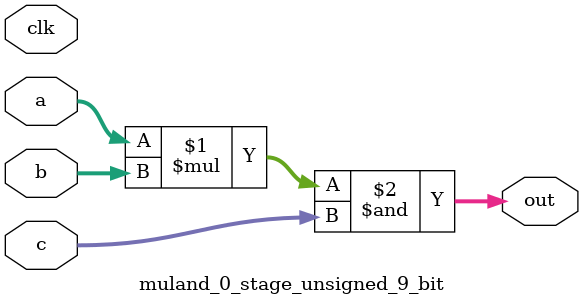
<source format=sv>
(* use_dsp = "yes" *) module muland_0_stage_unsigned_9_bit(
	input  [8:0] a,
	input  [8:0] b,
	input  [8:0] c,
	output [8:0] out,
	input clk);

	assign out = (a * b) & c;
endmodule

</source>
